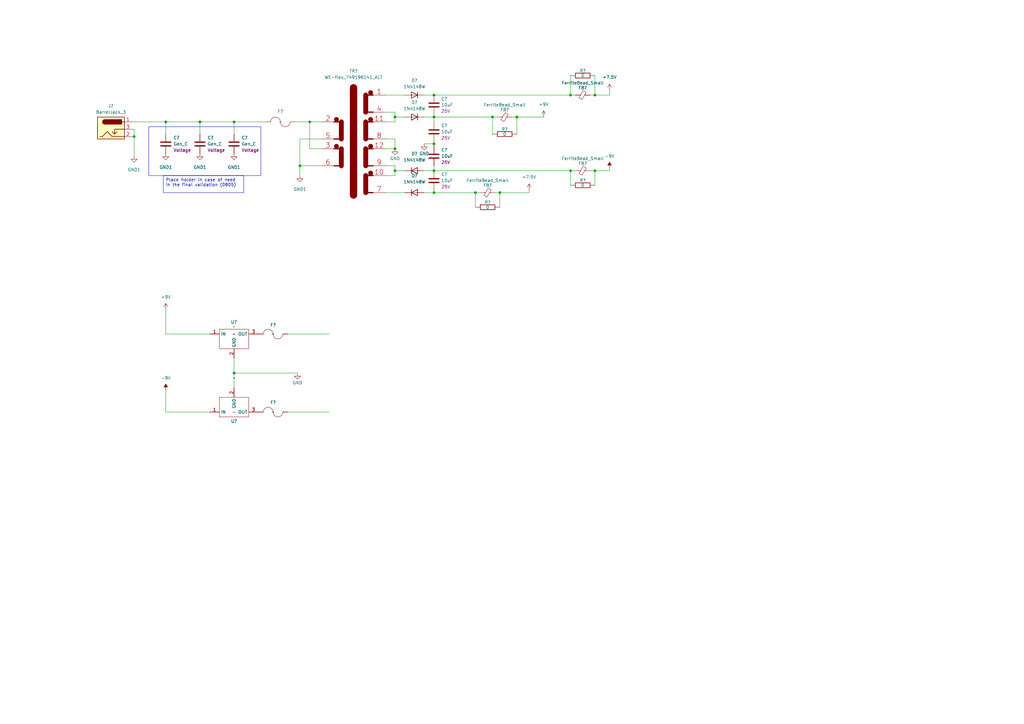
<source format=kicad_sch>
(kicad_sch (version 20230121) (generator eeschema)
  (paper "A3")
  (lib_symbols
    (symbol "Device:FerriteBead_Small" (pin_numbers hide) (pin_names (offset 0))
      (property "Reference" "FB?" (at -0.0381 6.31 90))
      (property "Value" "FerriteBead_Small" (at 0 3 90))
      (symbol "FerriteBead_Small_0_1"
        (polyline (pts (xy 0 -1.27) (xy 0 -0.7874)))
        (polyline (pts (xy 0 0.889) (xy 0 1.2954)))
        (polyline (pts (xy -1.8288 0.2794) (xy -1.1176 1.4986) (xy 1.8288 -0.2032) (xy 1.1176 -1.4224) (xy -1.8288 0.2794)))
      )
      (symbol "FerriteBead_Small_1_1"
        (pin passive line (at 0 3 270) (length 2) (name "~") (number "1"))
        (pin passive line (at 0 -3 90) (length 2) (name "~") (number "2"))
      )
    )
    (symbol "Diode:1N4148W" (pin_numbers hide) (pin_names (offset 1.016) hide)
      (property "Reference" "D?" (at 0 6.94 0))
      (property "Value" "1N4148W" (at 0 4.4 0))
      (symbol "1N4148W_0_1"
        (polyline (pts (xy -1.27 1.27) (xy -1.27 -1.27)) (stroke (width 0.254)))
        (polyline (pts (xy 1.27 0) (xy -1.27 0)))
        (polyline (pts (xy 1.27 1.27) (xy 1.27 -1.27) (xy -1.27 0) (xy 1.27 1.27)) (stroke (width 0.254)))
      )
      (symbol "1N4148W_1_1"
        (pin passive line (at -4 0 0) (length 3) (name "K") (number "1"))
        (pin passive line (at 4 0 180) (length 3) (name "A") (number "2"))
      )
    )
    (symbol "Herranz - Capacitor (0805):Gen_C" (pin_numbers hide) (pin_names (offset 0) hide)
      (property "Reference" "C" (at 4 -4 0))
      (property "Value" "Gen_C" (at 6 -2 0))
      (property "Voltage" "Voltage" (at 7 -6 0))
      (symbol "Gen_C_0_1"
        (polyline (pts (xy -2.032 -4.826) (xy 2.032 -4.826)) (stroke (width 0.508)))
        (polyline (pts (xy -2.032 -3.302) (xy 2.032 -3.302)) (stroke (width 0.508)))
      )
      (symbol "Gen_C_1_1"
        (pin passive line (at 0 0 270) (length 3) (name "~") (number "1"))
        (pin passive line (at 0 -8 90) (length 3) (name "~") (number "2"))
      )
    )
    (symbol "Herranz - Conn Power:BarrelJack_3"
      (property "Reference" "J" (at -6 1 0))
      (property "Value" "BarrelJack_3" (at -1 -10 0))
      (symbol "BarrelJack_3_0_1"
        (rectangle (start -7 0) (end 4 -9) (stroke (width 0.254)) (fill (type background)))
        (circle (center -4 -2) (radius 1) (fill (type outline)))
        (rectangle (start -4 -1) (end 2.985 -3) (fill (type outline)))
        (polyline (pts (xy 1 -6) (xy 0 -7)) (stroke (width 0.254)))
        (polyline (pts (xy 4 -2) (xy 2.73 -2)) (stroke (width 0.254)))
        (polyline (pts (xy 4 -5) (xy 0 -5) (xy 0 -7) (xy -1 -6)) (stroke (width 0.254)))
        (polyline (pts (xy -6 -8) (xy -5 -8) (xy -3 -6) (xy -1 -8) (xy 0.35 -8) (xy 4 -8)) (stroke (width 0.254)))
      )
      (symbol "BarrelJack_3_1_1"
        (pin passive line (at 7 -2 180) (length 3) (name "~") (number "1"))
        (pin passive line (at 7 -8 180) (length 3) (name "~") (number "2"))
        (pin passive line (at 7 -5 180) (length 3) (name "~") (number "3"))
      )
    )
    (symbol "Herranz - Linear Regulators:uA78M05-(TO252)"
      (property "Reference" "U" (at 0 0 0))
      (symbol "uA78M05-(TO252)_0_1"
        (rectangle (start -6 -1) (end 6 -9))
      )
      (symbol "uA78M05-(TO252)_1_1"
        (text "+" (at 0 -3 0) (effects (font (size 1.27 1.27))))
        (pin input line (at -10 -3 0) (length 4) (name "IN") (number "1"))
        (pin input line (at 0 -13 90) (length 4) (name "GND") (number "2"))
        (pin input line (at 10 -3 180) (length 4) (name "OUT") (number "3"))
      )
    )
    (symbol "Herranz - Linear Regulators:uA79M05-(TO252)"
      (property "Reference" "U" (at 0 0 0))
      (symbol "uA79M05-(TO252)_0_1"
        (rectangle (start 6 -8) (end -6 -16))
      )
      (symbol "uA79M05-(TO252)_1_1"
        (text "-" (at 0 -14 0) (effects (font (size 1.27 1.27))))
        (pin input line (at -10 -14 0) (length 4) (name "IN") (number "1"))
        (pin input line (at 0 -4 270) (length 4) (name "GND") (number "2"))
        (pin input line (at 10 -14 180) (length 4) (name "OUT") (number "3"))
      )
    )
    (symbol "Herranz - Power Symbols:+18V" (power) (pin_names (offset 0))
      (property "Value" "+18V" (at 0 3.556 0))
      (symbol "+18V_0_1"
        (polyline (pts (xy -0.762 1.27) (xy 0 2.54)))
        (polyline (pts (xy 0 0) (xy 0 2.54)))
        (polyline (pts (xy 0 2.54) (xy 0.762 1.27)))
      )
      (symbol "+18V_1_1"
        (pin power_in line (at 0 0 90) (length 0) hide (name "+7.5V") (number "1"))
      )
    )
    (symbol "Herranz - Power Symbols:-18V" (power) (pin_names (offset 0))
      (property "Value" "-18V" (at 0 3.556 0))
      (symbol "-18V_0_1"
        (polyline (pts (xy -0.762 1.27) (xy 0 2.54)))
        (polyline (pts (xy 0 0) (xy 0 2.54)))
        (polyline (pts (xy 0 2.54) (xy 0.762 1.27)))
      )
      (symbol "-18V_1_1"
        (pin power_in line (at 0 0 90) (length 0) hide (name "+7.5V") (number "1"))
      )
    )
    (symbol "Herranz - Protection:Fuse" (pin_numbers hide) (pin_names hide)
      (property "Reference" "F" (at 0 4 0))
      (symbol "Fuse_0_1"
        (arc (start 0 0) (mid -2 1.9657) (end -4 0))
        (arc (start 0 0) (mid 2 -1.9801) (end 4 0))
      )
      (symbol "Fuse_1_1"
        (pin input line (at -6 0 0) (length 2) (name "1") (number "1"))
        (pin input line (at 6 0 180) (length 2) (name "2") (number "2"))
      )
    )
    (symbol "Herranz - Resistors (0603):0" (pin_numbers hide) (pin_names hide)
      (property "Reference" "R" (at -2 1 0))
      (property "Value" "0" (at 0 -1 0))
      (property "Size" "0603" (at 0 -3 0))
      (symbol "0_0_1"
        (rectangle (start -3 0) (end 3 -2) (stroke (width 0.254)))
      )
      (symbol "0_1_1"
        (pin passive line (at -5 -1 0) (length 2) (name "~") (number "1"))
        (pin passive line (at 5 -1 180) (length 2) (name "~") (number "2"))
      )
    )
    (symbol "Herranz - Transformers:WE-flex_749196141_ALT" (pin_names hide)
      (property "Reference" "TR" (at 0 0 0))
      (property "Value" "WE-flex_749196141_ALT" (at 0 -2 0))
      (symbol "WE-flex_749196141_ALT_0_0"
        (pin passive line (at 13 45 180) (length 5) (name "1") (number "1"))
        (pin passive line (at 13 12 180) (length 5) (name "10") (number "10"))
        (pin passive line (at 13 34 180) (length 5) (name "11") (number "11"))
        (pin passive line (at 13 23 180) (length 5) (name "12") (number "12"))
        (pin passive line (at -13 34 0) (length 5) (name "2") (number "2"))
        (pin passive line (at -13 23 0) (length 5) (name "3") (number "3"))
        (pin passive line (at 13 38 180) (length 5) (name "4") (number "4"))
        (pin passive line (at -13 27 0) (length 5) (name "5") (number "5"))
        (pin passive line (at -13 16 0) (length 5) (name "6") (number "6"))
        (pin passive line (at 13 5 180) (length 5) (name "7") (number "7"))
        (pin passive line (at 13 27 180) (length 5) (name "8") (number "8"))
        (pin passive line (at 13 16 180) (length 5) (name "9") (number "9"))
      )
      (symbol "WE-flex_749196141_ALT_0_1"
        (circle (center -7 24) (radius 0.0001) (stroke (width 1)))
        (circle (center -7 35) (radius 0.0001) (stroke (width 1)))
        (polyline (pts (xy -5 16) (xy -8 16)) (stroke (width 0.5)))
        (polyline (pts (xy -5 23) (xy -8 23)) (stroke (width 0.5)))
        (polyline (pts (xy -5 23) (xy -5 16)) (stroke (width 2)))
        (polyline (pts (xy -5 27) (xy -8 27)) (stroke (width 0.5)))
        (polyline (pts (xy -5 34) (xy -8 34)) (stroke (width 0.5)))
        (polyline (pts (xy -5 34) (xy -5 27)) (stroke (width 2)))
        (polyline (pts (xy 0 48) (xy 0 4)) (stroke (width 3)))
        (polyline (pts (xy 5 5) (xy 8 5)) (stroke (width 0.5)))
        (polyline (pts (xy 5 12) (xy 5 5)) (stroke (width 2)))
        (polyline (pts (xy 5 12) (xy 8 12)) (stroke (width 0.5)))
        (polyline (pts (xy 5 16) (xy 8 16)) (stroke (width 0.5)))
        (polyline (pts (xy 5 23) (xy 5 16)) (stroke (width 2)))
        (polyline (pts (xy 5 23) (xy 8 23)) (stroke (width 0.5)))
        (polyline (pts (xy 5 27) (xy 8 27)) (stroke (width 0.5)))
        (polyline (pts (xy 5 34) (xy 5 27)) (stroke (width 2)))
        (polyline (pts (xy 5 34) (xy 8 34)) (stroke (width 0.5)))
        (polyline (pts (xy 5 38) (xy 8 38)) (stroke (width 0.5)))
        (polyline (pts (xy 5 45) (xy 5 38)) (stroke (width 2)))
        (polyline (pts (xy 5 45) (xy 8 45)) (stroke (width 0.5)))
        (circle (center 7 13) (radius 0.0001) (stroke (width 1)))
        (circle (center 7 24) (radius 0.0001) (stroke (width 1)))
        (circle (center 7 35) (radius 0.0001) (stroke (width 1)))
        (circle (center 7 46) (radius 0.0001) (stroke (width 1)))
      )
    )
    (symbol "power:+9V" (power) (pin_names (offset 0))
      (property "Value" "+9V" (at 0 3.556 0))
      (symbol "+9V_0_1"
        (polyline (pts (xy -0.762 1.27) (xy 0 2.54)))
        (polyline (pts (xy 0 0) (xy 0 2.54)))
        (polyline (pts (xy 0 2.54) (xy 0.762 1.27)))
      )
      (symbol "+9V_1_1"
        (pin power_in line (at 0 0 90) (length 0) hide (name "+9V") (number "1"))
      )
    )
    (symbol "power:-9V" (power) (pin_names (offset 0))
      (property "Value" "-9V" (at 0 3.81 0))
      (symbol "-9V_0_1"
        (polyline (pts (xy 0 0) (xy 0 2.54)))
        (polyline (pts (xy 0.762 1.27) (xy -0.762 1.27) (xy 0 2.54) (xy 0.762 1.27)) (fill (type outline)))
      )
      (symbol "-9V_1_1"
        (pin power_in line (at 0 0 90) (length 0) hide (name "-9V") (number "1"))
      )
    )
    (symbol "power:GND" (power) (pin_names (offset 0))
      (property "Value" "GND" (at 0 -3.81 0))
      (symbol "GND_0_1"
        (polyline (pts (xy 0 0) (xy 0 -1.27) (xy 1.27 -1.27) (xy 0 -2.54) (xy -1.27 -1.27) (xy 0 -1.27)))
      )
      (symbol "GND_1_1"
        (pin power_in line (at 0 0 270) (length 0) hide (name "GND") (number "1"))
      )
    )
    (symbol "power:GND1" (power) (pin_names (offset 0))
      (property "Value" "GND1" (at 0 -3.81 0))
      (symbol "GND1_0_1"
        (polyline (pts (xy 0 0) (xy 0 -1.27) (xy 1.27 -1.27) (xy 0 -2.54) (xy -1.27 -1.27) (xy 0 -1.27)))
      )
      (symbol "GND1_1_1"
        (pin power_in line (at 0 0 270) (length 0) hide (name "GND1") (number "1"))
      )
    )
  )
  (junction (at 127 50))
  (junction (at 82 50))
  (junction (at 55 56))
  (junction (at 178 70))
  (junction (at 68 50))
  (junction (at 195 79))
  (junction (at 162 61))
  (junction (at 178 79))
  (junction (at 178 39))
  (junction (at 234 39))
  (junction (at 178 48))
  (junction (at 202 48))
  (junction (at 162 48))
  (junction (at 178 59))
  (junction (at 244 70))
  (junction (at 205 79))
  (junction (at 96 153))
  (junction (at 212 48))
  (junction (at 234 70))
  (junction (at 244 39))
  (junction (at 123 68))
  (junction (at 162 70))
  (junction (at 96 50))
  (wire (pts (xy 121 50) (xy 127 50)))
  (wire (pts (xy 195 79) (xy 197 79)))
  (wire (pts (xy 82 50) (xy 82 55)))
  (wire (pts (xy 132 68) (xy 123 68)))
  (wire (pts (xy 123 68) (xy 123 72)))
  (wire (pts (xy 178 79) (xy 195 79)))
  (wire (pts (xy 158 68) (xy 162 68)))
  (wire (pts (xy 118 169) (xy 135 169)))
  (wire (pts (xy 174 59) (xy 178 59)))
  (wire (pts (xy 96 50) (xy 109 50)))
  (wire (pts (xy 54 50) (xy 68 50)))
  (wire (pts (xy 162 48) (xy 162 50)))
  (wire (pts (xy 158 50) (xy 162 50)))
  (wire (pts (xy 212 48) (xy 212 55)))
  (wire (pts (xy 162 68) (xy 162 70)))
  (wire (pts (xy 203 79) (xy 205 79)))
  (wire (pts (xy 123 68) (xy 123 57)))
  (wire (pts (xy 68 50) (xy 68 55)))
  (wire (pts (xy 96 147) (xy 96 153)))
  (wire (pts (xy 217 79) (xy 217 78)))
  (wire (pts (xy 82 50) (xy 96 50)))
  (wire (pts (xy 174 79) (xy 178 79)))
  (wire (pts (xy 236 39) (xy 234 39)))
  (wire (pts (xy 96 153) (xy 122 153)))
  (wire (pts (xy 158 39) (xy 166 39)))
  (wire (pts (xy 174 70) (xy 178 70)))
  (wire (pts (xy 54 53) (xy 55 53)))
  (wire (pts (xy 234 70) (xy 236 70)))
  (wire (pts (xy 242 70) (xy 244 70)))
  (wire (pts (xy 127 50) (xy 132 50)))
  (wire (pts (xy 234 31) (xy 234 39)))
  (wire (pts (xy 162 46) (xy 162 48)))
  (wire (pts (xy 174 48) (xy 178 48)))
  (wire (pts (xy 250 39) (xy 250 37)))
  (wire (pts (xy 55 53) (xy 55 56)))
  (wire (pts (xy 55 64) (xy 55 56)))
  (wire (pts (xy 158 72) (xy 162 72)))
  (wire (pts (xy 123 57) (xy 132 57)))
  (wire (pts (xy 178 59) (xy 178 60)))
  (wire (pts (xy 234 39) (xy 178 39)))
  (wire (pts (xy 68 137) (xy 86 137)))
  (wire (pts (xy 68 50) (xy 82 50)))
  (wire (pts (xy 234 70) (xy 234 76)))
  (wire (pts (xy 68 169) (xy 86 169)))
  (wire (pts (xy 244 31) (xy 244 39)))
  (wire (pts (xy 244 70) (xy 250 70)))
  (wire (pts (xy 162 70) (xy 162 72)))
  (wire (pts (xy 162 70) (xy 166 70)))
  (wire (pts (xy 55 56) (xy 54 56)))
  (wire (pts (xy 178 47) (xy 178 48)))
  (wire (pts (xy 178 68) (xy 178 70)))
  (wire (pts (xy 242 39) (xy 244 39)))
  (wire (pts (xy 174 39) (xy 178 39)))
  (wire (pts (xy 96 50) (xy 96 55)))
  (wire (pts (xy 178 48) (xy 178 50)))
  (wire (pts (xy 178 58) (xy 178 59)))
  (wire (pts (xy 158 57) (xy 162 57)))
  (wire (pts (xy 68 127) (xy 68 137)))
  (wire (pts (xy 162 57) (xy 162 61)))
  (wire (pts (xy 195 79) (xy 195 85)))
  (wire (pts (xy 250 69) (xy 250 70)))
  (wire (pts (xy 158 79) (xy 166 79)))
  (wire (pts (xy 132 61) (xy 127 61)))
  (wire (pts (xy 205 79) (xy 205 85)))
  (wire (pts (xy 212 48) (xy 223 48)))
  (wire (pts (xy 244 70) (xy 244 76)))
  (wire (pts (xy 178 48) (xy 202 48)))
  (wire (pts (xy 68 160) (xy 68 169)))
  (wire (pts (xy 178 70) (xy 234 70)))
  (wire (pts (xy 202 48) (xy 202 55)))
  (wire (pts (xy 118 137) (xy 135 137)))
  (wire (pts (xy 205 79) (xy 217 79)))
  (wire (pts (xy 210 48) (xy 212 48)))
  (wire (pts (xy 202 48) (xy 204 48)))
  (wire (pts (xy 158 46) (xy 162 46)))
  (wire (pts (xy 158 61) (xy 162 61)))
  (wire (pts (xy 127 61) (xy 127 50)))
  (wire (pts (xy 244 39) (xy 250 39)))
  (wire (pts (xy 96 153) (xy 96 159)))
  (wire (pts (xy 162 48) (xy 166 48)))
  (wire (pts (xy 178 79) (xy 178 78)))
  (rectangle (start 61 52) (end 107 72))
  (text_box "Place holder in case of need in the final validation (0805)" (at 67 72 0) (size 33 7) (effects (font (size 1.27 1.27)) (justify left top)))
  (symbol (lib_id "Herranz - Power Symbols:-18V") (at 217 78 0) (unit 1)
    (property "Reference" "#PWR05" (effects hide))
    (property "Value" "-18V" (at 217 72.57 0))
  )
  (symbol (lib_id "Herranz - Capacitor (0805):Gen_C") (at 68 55 0) (unit 1)
    (property "Reference" "C?" (at 71.12 56.5 0) (effects (justify left)))
    (property "Value" "Gen_C" (at 71.12 59.04 0) (effects (justify left)))
    (property "Footprint" "Capacitor_SMD:C_0805_2012Metric" (effects hide))
    (property "Voltage" "Voltage" (at 71.12 61.58 0) (effects (justify left)))
  )
  (symbol (lib_id "power:GND1") (at 68 63 0) (unit 1)
    (property "Reference" "#PWR01" (effects hide))
    (property "Value" "GND1" (at 68 68.59 0))
  )
  (symbol (lib_id "Diode:1N4148W") (at 170 48 180) (unit 1)
    (property "Reference" "D?" (at 170 42.01 0))
    (property "Value" "1N4148W" (at 170 44.55 0))
    (property "Footprint" "Diode_SMD:D_SOD-123" (effects hide))
    (property "Datasheet" "https://www.vishay.com/docs/85748/1n4148w.pdf" (effects hide))
  )
  (symbol (lib_id "Herranz - Linear Regulators:uA79M05-(TO252)") (at 96 155 0) (unit 1)
    (property "Reference" "U?" (at 96 172.72 0))
    (property "Value" "~" (at 96 155 0))
    (property "Footprint" "Package_TO_SOT_SMD:TO-252-2" (effects hide))
  )
  (symbol (lib_id "Device:FerriteBead_Small") (at 200 79 90) (unit 1)
    (property "Reference" "FB?" (at 200 76 90))
    (property "Value" "FerriteBead_Small" (at 200 74 90))
    (property "Footprint" "Resistor_SMD:R_0805_2012Metric_Pad1.20x1.40mm_HandSolder" (effects hide))
    (property "MPN" "MFBW1V2012-801-R " (effects hide))
  )
  (symbol (lib_id "power:GND1") (at 82 63 0) (unit 1)
    (property "Reference" "#PWR010" (effects hide))
    (property "Value" "GND1" (at 82 68.59 0))
  )
  (symbol (lib_id "Herranz - Power Symbols:+18V") (at 250 37 0) (unit 1)
    (property "Reference" "#PWR07" (effects hide))
    (property "Value" "+18V" (at 250 31.63 0))
  )
  (symbol (lib_id "Device:FerriteBead_Small") (at 239 39 90) (unit 1)
    (property "Reference" "FB?" (at 239 36 90))
    (property "Value" "FerriteBead_Small" (at 239 34 90))
    (property "Footprint" "Resistor_SMD:R_0805_2012Metric_Pad1.20x1.40mm_HandSolder" (effects hide))
    (property "MPN" "MFBW1V2012-801-R " (effects hide))
  )
  (symbol (lib_id "Herranz - Transformers:WE-flex_749196141_ALT") (at 145 84 0) (unit 1)
    (property "Reference" "TR?" (at 145 29.15 0))
    (property "Value" "WE-flex_749196141_ALT" (at 145 31.69 0))
    (property "Footprint" "Herranz - Transformers:WE-FLEX 749196141" (effects hide))
  )
  (symbol (lib_id "Herranz - Capacitor (0805):Gen_C") (at 82 55 0) (unit 1)
    (property "Reference" "C?" (at 85.09 56.5 0) (effects (justify left)))
    (property "Value" "Gen_C" (at 85.09 59.04 0) (effects (justify left)))
    (property "Footprint" "Capacitor_SMD:C_0805_2012Metric" (effects hide))
    (property "Voltage" "Voltage" (at 85.09 61.58 0) (effects (justify left)))
  )
  (symbol (lib_id "Herranz - Capacitor (0805):Gen_C") (at 178 70 0) (unit 1)
    (property "Reference" "C?" (at 180.95 71.4999 0) (effects (justify left)))
    (property "Value" "10uF" (at 180.95 74.0399 0) (effects (justify left)))
    (property "Footprint" "Capacitor_SMD:C_0805_2012Metric" (effects hide))
    (property "Voltage" "25V" (at 180.95 76.5799 0) (effects (justify left)))
    (property "MPN" "CL21A106KAYNNNG" (effects hide))
  )
  (symbol (lib_id "Diode:1N4148W") (at 170 70 0) (unit 1)
    (property "Reference" "D?" (at 170 63.06 0))
    (property "Value" "1N4148W" (at 170 65.6 0))
    (property "Footprint" "Diode_SMD:D_SOD-123" (effects hide))
    (property "Datasheet" "https://www.vishay.com/docs/85748/1n4148w.pdf" (effects hide))
  )
  (symbol (lib_id "power:GND") (at 162 61 0) (unit 1)
    (property "Reference" "#PWR03" (effects hide))
    (property "Value" "GND" (at 162 65 0))
  )
  (symbol (lib_id "Herranz - Resistors (0603):0") (at 239 30 0) (unit 1)
    (property "Reference" "R?" (at 239 29 0))
    (property "Value" "0" (at 239 31 0))
    (property "Footprint" "Resistor_SMD:R_0603_1608Metric" (effects hide))
    (property "Size" "0603" (effects hide))
  )
  (symbol (lib_id "Herranz - Capacitor (0805):Gen_C") (at 96 55 0) (unit 1)
    (property "Reference" "C?" (at 99.06 56.5 0) (effects (justify left)))
    (property "Value" "Gen_C" (at 99.06 59.04 0) (effects (justify left)))
    (property "Footprint" "Capacitor_SMD:C_0805_2012Metric" (effects hide))
    (property "Voltage" "Voltage" (at 99.06 61.58 0) (effects (justify left)))
  )
  (symbol (lib_id "Herranz - Protection:Fuse") (at 115 50 0) (unit 1)
    (property "Reference" "F?" (at 115 45.72 0))
    (property "Value" "~" (at 115 50 0))
  )
  (symbol (lib_id "power:GND") (at 174 59 0) (unit 1)
    (property "Reference" "#PWR04" (effects hide))
    (property "Value" "GND" (at 174 63 0))
  )
  (symbol (lib_id "Device:FerriteBead_Small") (at 207 48 90) (unit 1)
    (property "Reference" "FB?" (at 207 45 90))
    (property "Value" "FerriteBead_Small" (at 207 43 90))
    (property "Footprint" "Resistor_SMD:R_0805_2012Metric_Pad1.20x1.40mm_HandSolder" (effects hide))
    (property "MPN" "MFBW1V2012-801-R " (effects hide))
  )
  (symbol (lib_id "Device:FerriteBead_Small") (at 239 70 90) (unit 1)
    (property "Reference" "FB?" (at 239 67 90))
    (property "Value" "FerriteBead_Small" (at 239 65 90))
    (property "Footprint" "Resistor_SMD:R_0805_2012Metric_Pad1.20x1.40mm_HandSolder" (effects hide))
    (property "MPN" "MFBW1V2012-801-R " (effects hide))
  )
  (symbol (lib_id "Herranz - Conn Power:BarrelJack_3") (at 47 48 0) (unit 1)
    (property "Reference" "J?" (at 45.5 43.45 0))
    (property "Value" "BarrelJack_3" (at 45.5 45.99 0))
    (property "Footprint" "Connector_BarrelJack:BarrelJack_CUI_PJ-036AH-SMT_Horizontal" (effects hide))
  )
  (symbol (lib_id "Diode:1N4148W") (at 170 79 0) (unit 1)
    (property "Reference" "D?" (at 170 72.06 0))
    (property "Value" "1N4148W" (at 170 74.6 0))
    (property "Footprint" "Diode_SMD:D_SOD-123" (effects hide))
    (property "Datasheet" "https://www.vishay.com/docs/85748/1n4148w.pdf" (effects hide))
  )
  (symbol (lib_id "Herranz - Capacitor (0805):Gen_C") (at 178 50 0) (unit 1)
    (property "Reference" "C?" (at 180.95 51.4999 0) (effects (justify left)))
    (property "Value" "10uF" (at 180.95 54.0399 0) (effects (justify left)))
    (property "Footprint" "Capacitor_SMD:C_0805_2012Metric" (effects hide))
    (property "Voltage" "25V" (at 180.95 56.5799 0) (effects (justify left)))
    (property "MPN" "CL21A106KAYNNNG" (effects hide))
  )
  (symbol (lib_id "power:-9V") (at 250 69 0) (unit 1)
    (property "Reference" "#PWR08" (effects hide))
    (property "Value" "-9V" (at 250 64.04 0))
  )
  (symbol (lib_id "power:GND1") (at 55 64 0) (unit 1)
    (property "Reference" "#PWR09" (effects hide))
    (property "Value" "GND1" (at 55 69.59 0))
  )
  (symbol (lib_id "Herranz - Resistors (0603):0") (at 200 84 0) (unit 1)
    (property "Reference" "R?" (at 200 83 0))
    (property "Value" "0" (at 200 85 0))
    (property "Footprint" "Resistor_SMD:R_0603_1608Metric" (effects hide))
    (property "Size" "0603" (effects hide))
  )
  (symbol (lib_id "Herranz - Capacitor (0805):Gen_C") (at 178 60 0) (unit 1)
    (property "Reference" "C?" (at 180.95 61.4999 0) (effects (justify left)))
    (property "Value" "10uF" (at 180.95 64.0399 0) (effects (justify left)))
    (property "Footprint" "Capacitor_SMD:C_0805_2012Metric" (effects hide))
    (property "Voltage" "25V" (at 180.95 66.5799 0) (effects (justify left)))
    (property "MPN" "CL21A106KAYNNNG" (effects hide))
  )
  (symbol (lib_id "Herranz - Resistors (0603):0") (at 239 75 0) (unit 1)
    (property "Reference" "R?" (at 239 74 0))
    (property "Value" "0" (at 239 76 0))
    (property "Footprint" "Resistor_SMD:R_0603_1608Metric" (effects hide))
    (property "Size" "0603" (effects hide))
  )
  (symbol (lib_id "Herranz - Capacitor (0805):Gen_C") (at 178 39 0) (unit 1)
    (property "Reference" "C?" (at 180.95 40.4999 0) (effects (justify left)))
    (property "Value" "10uF" (at 180.95 43.0399 0) (effects (justify left)))
    (property "Footprint" "Capacitor_SMD:C_0805_2012Metric" (effects hide))
    (property "Voltage" "25V" (at 180.95 45.5799 0) (effects (justify left)))
    (property "MPN" "CL21A106KAYNNNG" (effects hide))
  )
  (symbol (lib_id "power:GND1") (at 123 72 0) (unit 1)
    (property "Reference" "#PWR02" (effects hide))
    (property "Value" "GND1" (at 123 77.59 0))
  )
  (symbol (lib_id "power:+9V") (at 68 127 0) (unit 1)
    (property "Reference" "#PWR014" (effects hide))
    (property "Value" "+9V" (at 68 121.83 0))
  )
  (symbol (lib_id "Diode:1N4148W") (at 170 39 180) (unit 1)
    (property "Reference" "D?" (at 170 33.01 0))
    (property "Value" "1N4148W" (at 170 35.55 0))
    (property "Footprint" "Diode_SMD:D_SOD-123" (effects hide))
    (property "Datasheet" "https://www.vishay.com/docs/85748/1n4148w.pdf" (effects hide))
  )
  (symbol (lib_id "power:GND1") (at 96 63 0) (unit 1)
    (property "Reference" "#PWR011" (effects hide))
    (property "Value" "GND1" (at 96 68.59 0))
  )
  (symbol (lib_id "Herranz - Linear Regulators:uA78M05-(TO252)") (at 96 134 0) (unit 1)
    (property "Reference" "U?" (at 96 132.08 0))
    (property "Value" "~" (at 96 134 0))
    (property "Footprint" "Package_TO_SOT_SMD:TO-252-2" (effects hide))
  )
  (symbol (lib_id "power:+9V") (at 223 48 0) (unit 1)
    (property "Reference" "#PWR06" (effects hide))
    (property "Value" "+9V" (at 223 42.83 0))
  )
  (symbol (lib_id "power:-9V") (at 68 160 0) (unit 1)
    (property "Reference" "#PWR013" (effects hide))
    (property "Value" "-9V" (at 68 155.04 0))
  )
  (symbol (lib_id "Herranz - Protection:Fuse") (at 112 169 0) (unit 1)
    (property "Reference" "F?" (at 112 165.1 0))
    (property "Value" "~" (at 112 169 0))
  )
  (symbol (lib_id "Herranz - Protection:Fuse") (at 112 137 0) (unit 1)
    (property "Reference" "F?" (at 112 133.35 0))
    (property "Value" "~" (at 112 137 0))
  )
  (symbol (lib_id "Herranz - Resistors (0603):0") (at 207 54 0) (unit 1)
    (property "Reference" "R?" (at 207 53 0))
    (property "Value" "0" (at 207 55 0))
    (property "Footprint" "Resistor_SMD:R_0603_1608Metric" (effects hide))
    (property "Size" "0603" (effects hide))
  )
  (symbol (lib_id "power:GND") (at 122 153 0) (unit 1)
    (property "Reference" "#PWR012" (effects hide))
    (property "Value" "GND" (at 122 157 0))
  )
)
</source>
